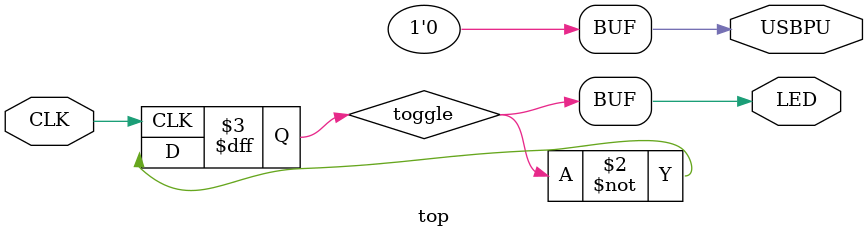
<source format=v>
module top (
    input CLK,    // 16MHz clock
    output LED,   // User/boot LED next to power LED
    output USBPU  // USB pull-up resistor
);
    // drive USB pull-up resistor to '0' to disable USB
    assign USBPU = 0;

    reg toggle;
    always @(posedge CLK) begin
        // toggles at half the CLK frequency, tinyfpga is 16MHz clock so maybe it's 8Mhz half the CLK frequency
        toggle <= ~toggle;
    end
    assign LED = toggle;
endmodule

</source>
